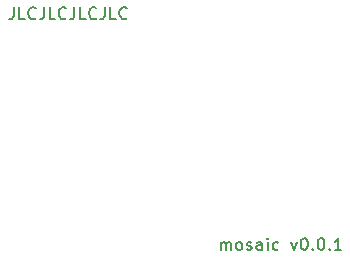
<source format=gto>
%TF.GenerationSoftware,KiCad,Pcbnew,7.0.1*%
%TF.CreationDate,2023-04-30T18:57:05-04:00*%
%TF.ProjectId,mosaic,6d6f7361-6963-42e6-9b69-6361645f7063,v1.0.0*%
%TF.SameCoordinates,Original*%
%TF.FileFunction,Legend,Top*%
%TF.FilePolarity,Positive*%
%FSLAX46Y46*%
G04 Gerber Fmt 4.6, Leading zero omitted, Abs format (unit mm)*
G04 Created by KiCad (PCBNEW 7.0.1) date 2023-04-30 18:57:05*
%MOMM*%
%LPD*%
G01*
G04 APERTURE LIST*
%ADD10C,0.150000*%
%ADD11C,3.529000*%
%ADD12C,1.801800*%
%ADD13C,2.132000*%
%ADD14O,1.600000X2.600000*%
%ADD15O,2.600000X1.600000*%
%ADD16C,1.600000*%
%ADD17O,2.300000X1.700000*%
%ADD18C,0.800000*%
%ADD19C,4.500000*%
G04 APERTURE END LIST*
D10*
X192928572Y-144962619D02*
X192928572Y-144295952D01*
X192928572Y-144391190D02*
X192976191Y-144343571D01*
X192976191Y-144343571D02*
X193071429Y-144295952D01*
X193071429Y-144295952D02*
X193214286Y-144295952D01*
X193214286Y-144295952D02*
X193309524Y-144343571D01*
X193309524Y-144343571D02*
X193357143Y-144438809D01*
X193357143Y-144438809D02*
X193357143Y-144962619D01*
X193357143Y-144438809D02*
X193404762Y-144343571D01*
X193404762Y-144343571D02*
X193500000Y-144295952D01*
X193500000Y-144295952D02*
X193642857Y-144295952D01*
X193642857Y-144295952D02*
X193738096Y-144343571D01*
X193738096Y-144343571D02*
X193785715Y-144438809D01*
X193785715Y-144438809D02*
X193785715Y-144962619D01*
X194404762Y-144962619D02*
X194309524Y-144915000D01*
X194309524Y-144915000D02*
X194261905Y-144867380D01*
X194261905Y-144867380D02*
X194214286Y-144772142D01*
X194214286Y-144772142D02*
X194214286Y-144486428D01*
X194214286Y-144486428D02*
X194261905Y-144391190D01*
X194261905Y-144391190D02*
X194309524Y-144343571D01*
X194309524Y-144343571D02*
X194404762Y-144295952D01*
X194404762Y-144295952D02*
X194547619Y-144295952D01*
X194547619Y-144295952D02*
X194642857Y-144343571D01*
X194642857Y-144343571D02*
X194690476Y-144391190D01*
X194690476Y-144391190D02*
X194738095Y-144486428D01*
X194738095Y-144486428D02*
X194738095Y-144772142D01*
X194738095Y-144772142D02*
X194690476Y-144867380D01*
X194690476Y-144867380D02*
X194642857Y-144915000D01*
X194642857Y-144915000D02*
X194547619Y-144962619D01*
X194547619Y-144962619D02*
X194404762Y-144962619D01*
X195119048Y-144915000D02*
X195214286Y-144962619D01*
X195214286Y-144962619D02*
X195404762Y-144962619D01*
X195404762Y-144962619D02*
X195500000Y-144915000D01*
X195500000Y-144915000D02*
X195547619Y-144819761D01*
X195547619Y-144819761D02*
X195547619Y-144772142D01*
X195547619Y-144772142D02*
X195500000Y-144676904D01*
X195500000Y-144676904D02*
X195404762Y-144629285D01*
X195404762Y-144629285D02*
X195261905Y-144629285D01*
X195261905Y-144629285D02*
X195166667Y-144581666D01*
X195166667Y-144581666D02*
X195119048Y-144486428D01*
X195119048Y-144486428D02*
X195119048Y-144438809D01*
X195119048Y-144438809D02*
X195166667Y-144343571D01*
X195166667Y-144343571D02*
X195261905Y-144295952D01*
X195261905Y-144295952D02*
X195404762Y-144295952D01*
X195404762Y-144295952D02*
X195500000Y-144343571D01*
X196404762Y-144962619D02*
X196404762Y-144438809D01*
X196404762Y-144438809D02*
X196357143Y-144343571D01*
X196357143Y-144343571D02*
X196261905Y-144295952D01*
X196261905Y-144295952D02*
X196071429Y-144295952D01*
X196071429Y-144295952D02*
X195976191Y-144343571D01*
X196404762Y-144915000D02*
X196309524Y-144962619D01*
X196309524Y-144962619D02*
X196071429Y-144962619D01*
X196071429Y-144962619D02*
X195976191Y-144915000D01*
X195976191Y-144915000D02*
X195928572Y-144819761D01*
X195928572Y-144819761D02*
X195928572Y-144724523D01*
X195928572Y-144724523D02*
X195976191Y-144629285D01*
X195976191Y-144629285D02*
X196071429Y-144581666D01*
X196071429Y-144581666D02*
X196309524Y-144581666D01*
X196309524Y-144581666D02*
X196404762Y-144534047D01*
X196880953Y-144962619D02*
X196880953Y-144295952D01*
X196880953Y-143962619D02*
X196833334Y-144010238D01*
X196833334Y-144010238D02*
X196880953Y-144057857D01*
X196880953Y-144057857D02*
X196928572Y-144010238D01*
X196928572Y-144010238D02*
X196880953Y-143962619D01*
X196880953Y-143962619D02*
X196880953Y-144057857D01*
X197785714Y-144915000D02*
X197690476Y-144962619D01*
X197690476Y-144962619D02*
X197500000Y-144962619D01*
X197500000Y-144962619D02*
X197404762Y-144915000D01*
X197404762Y-144915000D02*
X197357143Y-144867380D01*
X197357143Y-144867380D02*
X197309524Y-144772142D01*
X197309524Y-144772142D02*
X197309524Y-144486428D01*
X197309524Y-144486428D02*
X197357143Y-144391190D01*
X197357143Y-144391190D02*
X197404762Y-144343571D01*
X197404762Y-144343571D02*
X197500000Y-144295952D01*
X197500000Y-144295952D02*
X197690476Y-144295952D01*
X197690476Y-144295952D02*
X197785714Y-144343571D01*
X198880953Y-144295952D02*
X199119048Y-144962619D01*
X199119048Y-144962619D02*
X199357143Y-144295952D01*
X199928572Y-143962619D02*
X200023810Y-143962619D01*
X200023810Y-143962619D02*
X200119048Y-144010238D01*
X200119048Y-144010238D02*
X200166667Y-144057857D01*
X200166667Y-144057857D02*
X200214286Y-144153095D01*
X200214286Y-144153095D02*
X200261905Y-144343571D01*
X200261905Y-144343571D02*
X200261905Y-144581666D01*
X200261905Y-144581666D02*
X200214286Y-144772142D01*
X200214286Y-144772142D02*
X200166667Y-144867380D01*
X200166667Y-144867380D02*
X200119048Y-144915000D01*
X200119048Y-144915000D02*
X200023810Y-144962619D01*
X200023810Y-144962619D02*
X199928572Y-144962619D01*
X199928572Y-144962619D02*
X199833334Y-144915000D01*
X199833334Y-144915000D02*
X199785715Y-144867380D01*
X199785715Y-144867380D02*
X199738096Y-144772142D01*
X199738096Y-144772142D02*
X199690477Y-144581666D01*
X199690477Y-144581666D02*
X199690477Y-144343571D01*
X199690477Y-144343571D02*
X199738096Y-144153095D01*
X199738096Y-144153095D02*
X199785715Y-144057857D01*
X199785715Y-144057857D02*
X199833334Y-144010238D01*
X199833334Y-144010238D02*
X199928572Y-143962619D01*
X200690477Y-144867380D02*
X200738096Y-144915000D01*
X200738096Y-144915000D02*
X200690477Y-144962619D01*
X200690477Y-144962619D02*
X200642858Y-144915000D01*
X200642858Y-144915000D02*
X200690477Y-144867380D01*
X200690477Y-144867380D02*
X200690477Y-144962619D01*
X201357143Y-143962619D02*
X201452381Y-143962619D01*
X201452381Y-143962619D02*
X201547619Y-144010238D01*
X201547619Y-144010238D02*
X201595238Y-144057857D01*
X201595238Y-144057857D02*
X201642857Y-144153095D01*
X201642857Y-144153095D02*
X201690476Y-144343571D01*
X201690476Y-144343571D02*
X201690476Y-144581666D01*
X201690476Y-144581666D02*
X201642857Y-144772142D01*
X201642857Y-144772142D02*
X201595238Y-144867380D01*
X201595238Y-144867380D02*
X201547619Y-144915000D01*
X201547619Y-144915000D02*
X201452381Y-144962619D01*
X201452381Y-144962619D02*
X201357143Y-144962619D01*
X201357143Y-144962619D02*
X201261905Y-144915000D01*
X201261905Y-144915000D02*
X201214286Y-144867380D01*
X201214286Y-144867380D02*
X201166667Y-144772142D01*
X201166667Y-144772142D02*
X201119048Y-144581666D01*
X201119048Y-144581666D02*
X201119048Y-144343571D01*
X201119048Y-144343571D02*
X201166667Y-144153095D01*
X201166667Y-144153095D02*
X201214286Y-144057857D01*
X201214286Y-144057857D02*
X201261905Y-144010238D01*
X201261905Y-144010238D02*
X201357143Y-143962619D01*
X202119048Y-144867380D02*
X202166667Y-144915000D01*
X202166667Y-144915000D02*
X202119048Y-144962619D01*
X202119048Y-144962619D02*
X202071429Y-144915000D01*
X202071429Y-144915000D02*
X202119048Y-144867380D01*
X202119048Y-144867380D02*
X202119048Y-144962619D01*
X203119047Y-144962619D02*
X202547619Y-144962619D01*
X202833333Y-144962619D02*
X202833333Y-143962619D01*
X202833333Y-143962619D02*
X202738095Y-144105476D01*
X202738095Y-144105476D02*
X202642857Y-144200714D01*
X202642857Y-144200714D02*
X202547619Y-144248333D01*
X175380951Y-124412619D02*
X175380951Y-125126904D01*
X175380951Y-125126904D02*
X175333332Y-125269761D01*
X175333332Y-125269761D02*
X175238094Y-125365000D01*
X175238094Y-125365000D02*
X175095237Y-125412619D01*
X175095237Y-125412619D02*
X174999999Y-125412619D01*
X176333332Y-125412619D02*
X175857142Y-125412619D01*
X175857142Y-125412619D02*
X175857142Y-124412619D01*
X177238094Y-125317380D02*
X177190475Y-125365000D01*
X177190475Y-125365000D02*
X177047618Y-125412619D01*
X177047618Y-125412619D02*
X176952380Y-125412619D01*
X176952380Y-125412619D02*
X176809523Y-125365000D01*
X176809523Y-125365000D02*
X176714285Y-125269761D01*
X176714285Y-125269761D02*
X176666666Y-125174523D01*
X176666666Y-125174523D02*
X176619047Y-124984047D01*
X176619047Y-124984047D02*
X176619047Y-124841190D01*
X176619047Y-124841190D02*
X176666666Y-124650714D01*
X176666666Y-124650714D02*
X176714285Y-124555476D01*
X176714285Y-124555476D02*
X176809523Y-124460238D01*
X176809523Y-124460238D02*
X176952380Y-124412619D01*
X176952380Y-124412619D02*
X177047618Y-124412619D01*
X177047618Y-124412619D02*
X177190475Y-124460238D01*
X177190475Y-124460238D02*
X177238094Y-124507857D01*
X177952380Y-124412619D02*
X177952380Y-125126904D01*
X177952380Y-125126904D02*
X177904761Y-125269761D01*
X177904761Y-125269761D02*
X177809523Y-125365000D01*
X177809523Y-125365000D02*
X177666666Y-125412619D01*
X177666666Y-125412619D02*
X177571428Y-125412619D01*
X178904761Y-125412619D02*
X178428571Y-125412619D01*
X178428571Y-125412619D02*
X178428571Y-124412619D01*
X179809523Y-125317380D02*
X179761904Y-125365000D01*
X179761904Y-125365000D02*
X179619047Y-125412619D01*
X179619047Y-125412619D02*
X179523809Y-125412619D01*
X179523809Y-125412619D02*
X179380952Y-125365000D01*
X179380952Y-125365000D02*
X179285714Y-125269761D01*
X179285714Y-125269761D02*
X179238095Y-125174523D01*
X179238095Y-125174523D02*
X179190476Y-124984047D01*
X179190476Y-124984047D02*
X179190476Y-124841190D01*
X179190476Y-124841190D02*
X179238095Y-124650714D01*
X179238095Y-124650714D02*
X179285714Y-124555476D01*
X179285714Y-124555476D02*
X179380952Y-124460238D01*
X179380952Y-124460238D02*
X179523809Y-124412619D01*
X179523809Y-124412619D02*
X179619047Y-124412619D01*
X179619047Y-124412619D02*
X179761904Y-124460238D01*
X179761904Y-124460238D02*
X179809523Y-124507857D01*
X180523809Y-124412619D02*
X180523809Y-125126904D01*
X180523809Y-125126904D02*
X180476190Y-125269761D01*
X180476190Y-125269761D02*
X180380952Y-125365000D01*
X180380952Y-125365000D02*
X180238095Y-125412619D01*
X180238095Y-125412619D02*
X180142857Y-125412619D01*
X181476190Y-125412619D02*
X181000000Y-125412619D01*
X181000000Y-125412619D02*
X181000000Y-124412619D01*
X182380952Y-125317380D02*
X182333333Y-125365000D01*
X182333333Y-125365000D02*
X182190476Y-125412619D01*
X182190476Y-125412619D02*
X182095238Y-125412619D01*
X182095238Y-125412619D02*
X181952381Y-125365000D01*
X181952381Y-125365000D02*
X181857143Y-125269761D01*
X181857143Y-125269761D02*
X181809524Y-125174523D01*
X181809524Y-125174523D02*
X181761905Y-124984047D01*
X181761905Y-124984047D02*
X181761905Y-124841190D01*
X181761905Y-124841190D02*
X181809524Y-124650714D01*
X181809524Y-124650714D02*
X181857143Y-124555476D01*
X181857143Y-124555476D02*
X181952381Y-124460238D01*
X181952381Y-124460238D02*
X182095238Y-124412619D01*
X182095238Y-124412619D02*
X182190476Y-124412619D01*
X182190476Y-124412619D02*
X182333333Y-124460238D01*
X182333333Y-124460238D02*
X182380952Y-124507857D01*
X183095238Y-124412619D02*
X183095238Y-125126904D01*
X183095238Y-125126904D02*
X183047619Y-125269761D01*
X183047619Y-125269761D02*
X182952381Y-125365000D01*
X182952381Y-125365000D02*
X182809524Y-125412619D01*
X182809524Y-125412619D02*
X182714286Y-125412619D01*
X184047619Y-125412619D02*
X183571429Y-125412619D01*
X183571429Y-125412619D02*
X183571429Y-124412619D01*
X184952381Y-125317380D02*
X184904762Y-125365000D01*
X184904762Y-125365000D02*
X184761905Y-125412619D01*
X184761905Y-125412619D02*
X184666667Y-125412619D01*
X184666667Y-125412619D02*
X184523810Y-125365000D01*
X184523810Y-125365000D02*
X184428572Y-125269761D01*
X184428572Y-125269761D02*
X184380953Y-125174523D01*
X184380953Y-125174523D02*
X184333334Y-124984047D01*
X184333334Y-124984047D02*
X184333334Y-124841190D01*
X184333334Y-124841190D02*
X184380953Y-124650714D01*
X184380953Y-124650714D02*
X184428572Y-124555476D01*
X184428572Y-124555476D02*
X184523810Y-124460238D01*
X184523810Y-124460238D02*
X184666667Y-124412619D01*
X184666667Y-124412619D02*
X184761905Y-124412619D01*
X184761905Y-124412619D02*
X184904762Y-124460238D01*
X184904762Y-124460238D02*
X184952381Y-124507857D01*
%TO.C,*%
%TO.C,_2*%
%TO.C,_3*%
%TO.C,_4*%
%TD*%
%LPC*%
D11*
%TO.C,S1*%
X144000000Y-136000000D03*
D12*
X149500000Y-136000000D03*
X138500000Y-136000000D03*
D13*
X149000000Y-132200000D03*
X144000000Y-130100000D03*
X139000000Y-132200000D03*
X144000000Y-130100000D03*
%TD*%
D11*
%TO.C,S2*%
X144000000Y-119000000D03*
D12*
X149500000Y-119000000D03*
X138500000Y-119000000D03*
D13*
X149000000Y-115200000D03*
X144000000Y-113100000D03*
X139000000Y-115200000D03*
X144000000Y-113100000D03*
%TD*%
D11*
%TO.C,S3*%
X144000000Y-102000000D03*
D12*
X149500000Y-102000000D03*
X138500000Y-102000000D03*
D13*
X149000000Y-98200000D03*
X144000000Y-96100000D03*
X139000000Y-98200000D03*
X144000000Y-96100000D03*
%TD*%
D11*
%TO.C,S4*%
X162000000Y-136000000D03*
D12*
X167500000Y-136000000D03*
X156500000Y-136000000D03*
D13*
X167000000Y-132200000D03*
X162000000Y-130100000D03*
X157000000Y-132200000D03*
X162000000Y-130100000D03*
%TD*%
D11*
%TO.C,S5*%
X162000000Y-119000000D03*
D12*
X167500000Y-119000000D03*
X156500000Y-119000000D03*
D13*
X167000000Y-115200000D03*
X162000000Y-113100000D03*
X157000000Y-115200000D03*
X162000000Y-113100000D03*
%TD*%
D11*
%TO.C,S6*%
X162000000Y-102000000D03*
D12*
X167500000Y-102000000D03*
X156500000Y-102000000D03*
D13*
X167000000Y-98200000D03*
X162000000Y-96100000D03*
X157000000Y-98200000D03*
X162000000Y-96100000D03*
%TD*%
D11*
%TO.C,S7*%
X180000000Y-136000000D03*
D12*
X185500000Y-136000000D03*
X174500000Y-136000000D03*
D13*
X185000000Y-132200000D03*
X180000000Y-130100000D03*
X175000000Y-132200000D03*
X180000000Y-130100000D03*
%TD*%
D11*
%TO.C,S8*%
X180000000Y-119000000D03*
D12*
X185500000Y-119000000D03*
X174500000Y-119000000D03*
D13*
X185000000Y-115200000D03*
X180000000Y-113100000D03*
X175000000Y-115200000D03*
X180000000Y-113100000D03*
%TD*%
D11*
%TO.C,S9*%
X180000000Y-102000000D03*
D12*
X185500000Y-102000000D03*
X174500000Y-102000000D03*
D13*
X185000000Y-98200000D03*
X180000000Y-96100000D03*
X175000000Y-98200000D03*
X180000000Y-96100000D03*
%TD*%
D11*
%TO.C,S10*%
X198000000Y-136000000D03*
D12*
X203500000Y-136000000D03*
X192500000Y-136000000D03*
D13*
X203000000Y-132200000D03*
X198000000Y-130100000D03*
X193000000Y-132200000D03*
X198000000Y-130100000D03*
%TD*%
D11*
%TO.C,S11*%
X198000000Y-119000000D03*
D12*
X203500000Y-119000000D03*
X192500000Y-119000000D03*
D13*
X203000000Y-115200000D03*
X198000000Y-113100000D03*
X193000000Y-115200000D03*
X198000000Y-113100000D03*
%TD*%
D11*
%TO.C,S12*%
X198000000Y-102000000D03*
D12*
X203500000Y-102000000D03*
X192500000Y-102000000D03*
D13*
X203000000Y-98200000D03*
X198000000Y-96100000D03*
X193000000Y-98200000D03*
X198000000Y-96100000D03*
%TD*%
D11*
%TO.C,S13*%
X216000000Y-136000000D03*
D12*
X221500000Y-136000000D03*
X210500000Y-136000000D03*
D13*
X221000000Y-132200000D03*
X216000000Y-130100000D03*
X211000000Y-132200000D03*
X216000000Y-130100000D03*
%TD*%
D11*
%TO.C,S14*%
X216000000Y-119000000D03*
D12*
X221500000Y-119000000D03*
X210500000Y-119000000D03*
D13*
X221000000Y-115200000D03*
X216000000Y-113100000D03*
X211000000Y-115200000D03*
X216000000Y-113100000D03*
%TD*%
D11*
%TO.C,S15*%
X216000000Y-102000000D03*
D12*
X221500000Y-102000000D03*
X210500000Y-102000000D03*
D13*
X221000000Y-98200000D03*
X216000000Y-96100000D03*
X211000000Y-98200000D03*
X216000000Y-96100000D03*
%TD*%
D11*
%TO.C,S16*%
X189990000Y-170000000D03*
D12*
X195490000Y-170000000D03*
X184490000Y-170000000D03*
D13*
X194990000Y-166200000D03*
X189990000Y-164100000D03*
X184990000Y-166200000D03*
X189990000Y-164100000D03*
%TD*%
D11*
%TO.C,S17*%
X207990000Y-170000000D03*
D12*
X213490000Y-170000000D03*
X202490000Y-170000000D03*
D13*
X212990000Y-166200000D03*
X207990000Y-164100000D03*
X202990000Y-166200000D03*
X207990000Y-164100000D03*
%TD*%
D11*
%TO.C,S18*%
X225990000Y-170000000D03*
D12*
X231490000Y-170000000D03*
X220490000Y-170000000D03*
D13*
X230990000Y-166200000D03*
X225990000Y-164100000D03*
X220990000Y-166200000D03*
X225990000Y-164100000D03*
%TD*%
D14*
%TO.C,*%
X136540000Y-146580000D03*
X139080000Y-146580000D03*
X141620000Y-146580000D03*
X144160000Y-146580000D03*
X146700000Y-146580000D03*
X149240000Y-146580000D03*
X151780000Y-146580000D03*
X154320000Y-146580000D03*
X156860000Y-146580000D03*
D15*
X157360000Y-149620000D03*
X157360000Y-152160000D03*
X157360000Y-154700000D03*
X157360000Y-157240000D03*
X157360000Y-159780000D03*
D14*
X156860000Y-162820000D03*
X154320000Y-162820000D03*
X151780000Y-162820000D03*
X149240000Y-162820000D03*
X146700000Y-162820000D03*
X144160000Y-162820000D03*
X141620000Y-162820000D03*
X139080000Y-162820000D03*
X136540000Y-162820000D03*
%TD*%
D16*
%TO.C,TRRS1*%
X226300000Y-150700000D03*
X233300000Y-150700000D03*
X226300000Y-153000000D03*
X233300000Y-153000000D03*
D17*
X223600000Y-150700000D03*
X224700000Y-155300000D03*
X228700000Y-155300000D03*
X231700000Y-155300000D03*
X223600000Y-153000000D03*
X224700000Y-148400000D03*
X228700000Y-148400000D03*
X231700000Y-148400000D03*
%TD*%
D18*
%TO.C,_2*%
X154166726Y-111666726D03*
D19*
X153000000Y-110500000D03*
D18*
X153000000Y-112150000D03*
X154166726Y-109333274D03*
X151350000Y-110500000D03*
X151833274Y-109333274D03*
X151833274Y-111666726D03*
X154650000Y-110500000D03*
X153000000Y-108850000D03*
%TD*%
%TO.C,_3*%
X200156726Y-162666726D03*
D19*
X198990000Y-161500000D03*
D18*
X198990000Y-163150000D03*
X200156726Y-160333274D03*
X197340000Y-161500000D03*
X197823274Y-160333274D03*
X197823274Y-162666726D03*
X200640000Y-161500000D03*
X198990000Y-159850000D03*
%TD*%
%TO.C,_4*%
X208166726Y-111666726D03*
D19*
X207000000Y-110500000D03*
D18*
X207000000Y-112150000D03*
X208166726Y-109333274D03*
X205350000Y-110500000D03*
X205833274Y-109333274D03*
X205833274Y-111666726D03*
X208650000Y-110500000D03*
X207000000Y-108850000D03*
%TD*%
M02*

</source>
